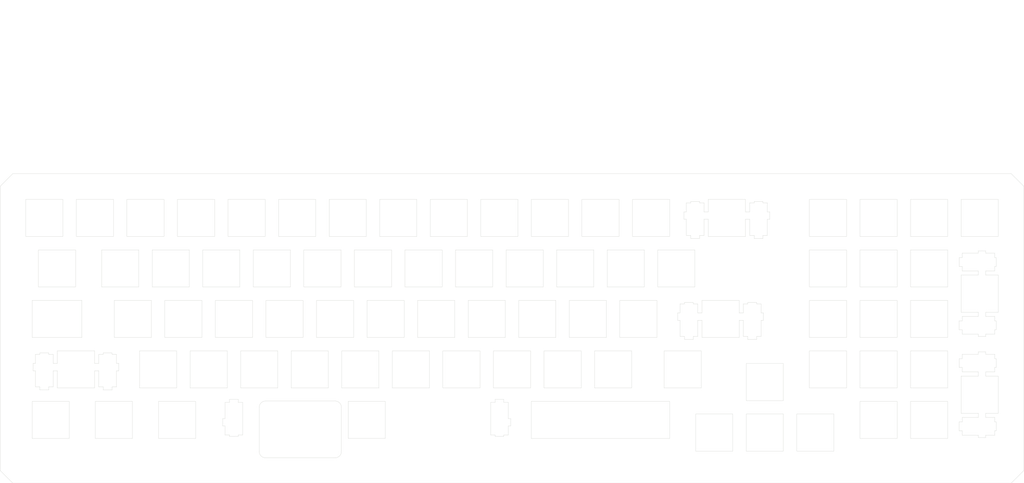
<source format=kicad_pcb>
(kicad_pcb (version 20211014) (generator pcbnew)

  (general
    (thickness 1.6)
  )

  (paper "B")
  (layers
    (0 "F.Cu" mixed "Front")
    (31 "B.Cu" mixed "Back")
    (34 "B.Paste" user)
    (35 "F.Paste" user)
    (36 "B.SilkS" user "B.Silkscreen")
    (37 "F.SilkS" user "F.Silkscreen")
    (38 "B.Mask" user)
    (39 "F.Mask" user)
    (40 "Dwgs.User" user "User.Drawings")
    (41 "Cmts.User" user "User.Comments")
    (44 "Edge.Cuts" user)
    (45 "Margin" user)
    (46 "B.CrtYd" user "B.Courtyard")
    (47 "F.CrtYd" user "F.Courtyard")
    (49 "F.Fab" user)
  )

  (setup
    (stackup
      (layer "F.SilkS" (type "Top Silk Screen"))
      (layer "F.Paste" (type "Top Solder Paste"))
      (layer "F.Mask" (type "Top Solder Mask") (color "Green") (thickness 0.01))
      (layer "F.Cu" (type "copper") (thickness 0.035))
      (layer "dielectric 1" (type "core") (thickness 1.51) (material "FR4") (epsilon_r 4.5) (loss_tangent 0.02))
      (layer "B.Cu" (type "copper") (thickness 0.035))
      (layer "B.Mask" (type "Bottom Solder Mask") (color "Green") (thickness 0.01))
      (layer "B.Paste" (type "Bottom Solder Paste"))
      (layer "B.SilkS" (type "Bottom Silk Screen"))
      (copper_finish "HAL lead-free")
      (dielectric_constraints no)
    )
    (pad_to_mask_clearance 0)
    (aux_axis_origin 25.1125 19.05)
    (grid_origin 17.96875 11.90625)
    (pcbplotparams
      (layerselection 0x00010fc_ffffffff)
      (disableapertmacros false)
      (usegerberextensions false)
      (usegerberattributes true)
      (usegerberadvancedattributes true)
      (creategerberjobfile true)
      (svguseinch false)
      (svgprecision 6)
      (excludeedgelayer true)
      (plotframeref false)
      (viasonmask false)
      (mode 1)
      (useauxorigin true)
      (hpglpennumber 1)
      (hpglpenspeed 20)
      (hpglpendiameter 15.000000)
      (dxfpolygonmode true)
      (dxfimperialunits true)
      (dxfusepcbnewfont true)
      (psnegative false)
      (psa4output false)
      (plotreference true)
      (plotvalue true)
      (plotinvisibletext false)
      (sketchpadsonfab false)
      (subtractmaskfromsilk false)
      (outputformat 1)
      (mirror false)
      (drillshape 0)
      (scaleselection 1)
      (outputdirectory "Gerber/")
    )
  )

  (net 0 "")

  (gr_line (start 39.55875 78.74) (end 53.52875 92.71) (layer "Cmts.User") (width 0.15) (tstamp 0ec09389-8bb0-4993-92fa-aed4403f01a8))
  (gr_arc (start 334.675 116.68125) (mid 333.977548 118.365048) (end 332.29375 119.0625) (layer "Cmts.User") (width 0.1) (tstamp 15d993ff-1904-46ed-a5e1-479ac1a55ab5))
  (gr_line (start 394.20625 114.3) (end 337.05625 114.3) (layer "Cmts.User") (width 0.1) (tstamp 1ac09eb8-2e40-42aa-a3c4-e82d4c1e7700))
  (gr_line (start 53.52875 78.74) (end 39.55875 92.71) (layer "Cmts.User") (width 0.15) (tstamp 21c20b29-e6fa-442c-a4e0-28c38674e362))
  (gr_line (start 296.41625 59.69) (end 282.44625 73.66) (layer "Cmts.User") (width 0.15) (tstamp 2ff65ec5-08d1-407d-b6a2-329cc43eb963))
  (gr_arc (start 25.1125 21.43125) (mid 25.809952 19.747452) (end 27.49375 19.05) (layer "Cmts.User") (width 0.1) (tstamp 30420138-0cf9-40f5-8db1-9fb47c4f9cf4))
  (gr_line (start 27.49375 114.3) (end 113.21875 114.3) (layer "Cmts.User") (width 0.01) (tstamp 360a8ae2-3b10-4d65-ad7a-8830ee0ae2c0))
  (gr_arc (start 27.49375 114.3) (mid 25.809952 113.602548) (end 25.1125 111.91875) (layer "Cmts.User") (width 0.01) (tstamp 400e1533-ae49-42c8-8a94-42d8124d25bc))
  (gr_arc (start 115.6 111.91875) (mid 114.902548 113.602548) (end 113.21875 114.3) (layer "Cmts.User") (width 0.1) (tstamp 51c5982b-50a7-42d1-a6ba-b2d1a3d53c8b))
  (gr_line (start 394.0475 64.135) (end 380.0775 50.165) (layer "Cmts.User") (width 0.15) (tstamp 65e40b23-a4c6-4f03-83bf-040eeef1a5c3))
  (gr_line (start 284.8275 21.59) (end 298.7975 35.56) (layer "Cmts.User") (width 0.15) (tstamp 682a38a5-30a1-4cb5-9ee2-bbcf3f62cc69))
  (gr_line (start 25.1125 111.91875) (end 25.1125 21.43125) (layer "Cmts.User") (width 0.1) (tstamp 77cc482c-a07a-4f0f-a760-03a2e2c31f4a))
  (gr_line (start 282.44625 59.69) (end 296.41625 73.66) (layer "Cmts.User") (width 0.15) (tstamp 891c82bc-329e-4822-80d2-cd206090d51d))
  (gr_arc (start 394.20625 19.05) (mid 395.890048 19.747452) (end 396.5875 21.43125) (layer "Cmts.User") (width 0.1) (tstamp 8e102323-8f89-4da3-bebf-37c926124491))
  (gr_line (start 332.29375 119.0625) (end 279.90625 119.0625) (layer "Cmts.User") (width 0.1) (tstamp 8e77cb19-286a-457b-8fa7-f559088b52c4))
  (gr_line (start 27.49375 19.05) (end 394.20625 19.05) (layer "Cmts.User") (width 0.1) (tstamp 8fabbd23-9338-443b-8b00-881dea84ca27))
  (gr_line (start 396.5875 21.43125) (end 396.5875 111.91875) (layer "Cmts.User") (width 0.1) (tstamp 914adc3f-321c-46cb-876e-9f62f4c96acc))
  (gr_arc (start 279.90625 119.0625) (mid 278.222452 118.365048) (end 277.525 116.68125) (layer "Cmts.User") (width 0.1) (tstamp 96a72112-ba15-4cfb-82a6-0b73042cb21b))
  (gr_line (start 275.14375 114.3) (end 148.937514 114.3) (layer "Cmts.User") (width 0.1) (tstamp aafebac0-e116-4697-a5aa-80734c3540ae))
  (gr_line (start 394.0475 88.265) (end 380.0775 102.235) (layer "Cmts.User") (width 0.15) (tstamp acfc9560-eb43-49b9-95f5-ae5285397259))
  (gr_line (start 394.0475 102.235) (end 380.0775 88.265) (layer "Cmts.User") (width 0.15) (tstamp b60b3fcf-e7c3-4ea6-8996-eecdb65ac5ae))
  (gr_arc (start 396.5875 111.91875) (mid 395.890048 113.602548) (end 394.20625 114.3) (layer "Cmts.User") (width 0.1) (tstamp bdc5c0ec-093b-4a34-b629-fb2f29633f40))
  (gr_line (start 394.0475 50.165) (end 380.0775 64.135) (layer "Cmts.User") (width 0.15) (tstamp bec5f844-e4aa-4223-bc57-d5716292c5cc))
  (gr_arc (start 275.14375 114.3) (mid 276.827548 114.997452) (end 277.525 116.68125) (layer "Cmts.User") (width 0.1) (tstamp e51d6783-cc9d-4c7e-b19c-5e9fb91fe2cd))
  (gr_arc (start 148.937514 114.3) (mid 147.253716 113.602548) (end 146.556264 111.91875) (layer "Cmts.User") (width 0.1) (tstamp ed4ff2a3-c85f-4803-aec8-42e6816f2671))
  (gr_line (start 298.7975 21.59) (end 284.8275 35.56) (layer "Cmts.User") (width 0.15) (tstamp f428d01f-7ea0-4302-a69a-90154516aff1))
  (gr_arc (start 334.675 116.68125) (mid 335.372452 114.997452) (end 337.05625 114.3) (layer "Cmts.User") (width 0.1) (tstamp f9342748-021e-4e2f-9f0d-3cce07886466))
  (gr_line (start 17.96875 123.825) (end 17.96875 16.66875) (layer "Edge.Cuts") (width 0.1) (tstamp 00bda74a-94c9-4b1e-80c1-9500e947b4b5))
  (gr_line (start 55.15435 80.0354) (end 56.82935 80.0354) (layer "Edge.Cuts") (width 0.1) (tstamp 00fef767-46e9-4f87-a63a-bf69ca3f89d4))
  (gr_rect (start 341.9625 21.575) (end 355.9625 35.575) (layer "Edge.Cuts") (width 0.1) (fill none) (tstamp 01ba656f-6b52-42c1-97f8-6ccc4a0c7084))
  (gr_line (start 386.5521 88.25) (end 380.0625 88.25) (layer "Edge.Cuts") (width 0.1) (tstamp 021dcd65-bfb3-411c-8510-474a3caee367))
  (gr_line (start 380.4521 72.4106) (end 380.4521 70.7356) (layer "Edge.Cuts") (width 0.1) (tstamp 05020e07-a63a-4c5c-a482-8a4d8995375f))
  (gr_line (start 282.43125 67.1854) (end 282.43125 73.675) (layer "Edge.Cuts") (width 0.1) (tstamp 054c77bd-8481-48be-afa9-c2193d546d10))
  (gr_rect (start 127.65 78.725) (end 141.65 92.725) (layer "Edge.Cuts") (width 0.1) (fill none) (tstamp 0585837b-915d-49d8-9b5e-e8cb4f74da21))
  (gr_line (start 278.2221 22.8854) (end 278.2221 22.3604) (layer "Edge.Cuts") (width 0.1) (tstamp 058b3470-75dd-4d2d-a649-74dce6557817))
  (gr_line (start 32.95335 93.4604) (end 36.25335 93.4604) (layer "Edge.Cuts") (width 0.1) (tstamp 05ad6f0c-fe73-4f84-b122-dd82ca51ff73))
  (gr_rect (start 265.7625 40.625) (end 279.7625 54.625) (layer "Edge.Cuts") (width 0.1) (fill none) (tstamp 062ee431-7511-4468-b74c-6b4bd0c353da))
  (gr_line (start 37.92835 83.4354) (end 39.54375 83.4354) (layer "Edge.Cuts") (width 0.1) (tstamp 07f5aa6c-d612-4761-9bda-e4bbc76f71e5))
  (gr_line (start 104.39215 110.4646) (end 104.39215 110.998) (layer "Edge.Cuts") (width 0.1) (tstamp 09499c11-440b-4cf0-a451-1f0b8be4448c))
  (gr_line (start 204.46815 98.171) (end 202.79175 98.171) (layer "Edge.Cuts") (width 0.1) (tstamp 0a254923-dc11-4915-b918-41b95fc67c8b))
  (gr_rect (start 341.9625 78.725) (end 355.9625 92.725) (layer "Edge.Cuts") (width 0.1) (fill none) (tstamp 0a4851b7-b985-4efb-9711-efe2c2409d2c))
  (gr_line (start 393.2771 46.8596) (end 392.7521 46.8596) (layer "Edge.Cuts") (width 0.1) (tstamp 0b7c01e1-9b80-4d01-9868-dcf58470564e))
  (gr_line (start 22.73125 11.90625) (end 17.96875 16.66875) (layer "Edge.Cuts") (width 0.1) (tstamp 0b9c4d74-dd24-47c2-a911-8d5ff0d64ca4))
  (gr_line (start 218.1375 97.775) (end 270.2375 97.775) (layer "Edge.Cuts") (width 0.1) (tstamp 0ba45d50-5e59-450f-abbe-2ee7824b98f0))
  (gr_line (start 380.4771 105.5356) (end 380.4771 103.8606) (layer "Edge.Cuts") (width 0.1) (tstamp 0c076688-e8e3-4110-82c7-2fcfda2f0d98))
  (gr_line (start 380.4521 46.8596) (end 380.4521 48.5346) (layer "Edge.Cuts") (width 0.1) (tstamp 0c941418-2ba5-4d28-8502-1d8238246db7))
  (gr_line (start 210.33555 104.267) (end 209.44655 104.267) (layer "Edge.Cuts") (width 0.1) (tstamp 102988b9-6792-417f-a56f-70e468ab25b3))
  (gr_line (start 389.3521 110.5106) (end 389.3521 111.4106) (layer "Edge.Cuts") (width 0.1) (tstamp 10e5362d-1938-4307-b25f-05a61a1f7f7e))
  (gr_line (start 389.3521 40.9846) (end 386.5521 40.9846) (layer "Edge.Cuts") (width 0.1) (tstamp 111de56d-38f1-4204-bfef-8b988d06d834))
  (gr_line (start 393.2771 67.4356) (end 393.2771 70.7356) (layer "Edge.Cuts") (width 0.1) (tstamp 11f6fcd0-7cfc-4aab-99b1-f0da0ad49ebe))
  (gr_line (start 298.8125 29.0854) (end 298.8125 35.575) (layer "Edge.Cuts") (width 0.1) (tstamp 124d2404-5384-49ca-b945-51a5273aabff))
  (gr_line (start 307.9731 26.2854) (end 307.9731 29.0854) (layer "Edge.Cuts") (width 0.1) (tstamp 125776b0-0f45-428e-bd59-3a9f5880e480))
  (gr_line (start 299.71685 73.2604) (end 298.04185 73.2604) (layer "Edge.Cuts") (width 0.1) (tstamp 13109f26-1840-44a9-a59c-49e3638b7d69))
  (gr_line (start 393.2771 43.5596) (end 393.2771 46.8596) (layer "Edge.Cuts") (width 0.1) (tstamp 141702cb-e87e-4d2f-802a-7592dc635cdf))
  (gr_rect (start 165.75 78.725) (end 179.75 92.725) (layer "Edge.Cuts") (width 0.1) (fill none) (tstamp 14b7b41b-64b2-4b1f-b37a-76121acc5961))
  (gr_rect (start 241.95 78.725) (end 255.95 92.725) (layer "Edge.Cuts") (width 0.1) (fill none) (tstamp 17d1062b-8a58-4ffd-9fb1-102a5b340695))
  (gr_line (start 392.7521 105.5356) (end 393.2771 105.5356) (layer "Edge.Cuts") (width 0.1) (tstamp 17f23f8b-3fe0-4c64-a594-8f0c5a11c171))
  (gr_line (start 31.27835 80.0354) (end 31.27835 83.4354) (layer "Edge.Cuts") (width 0.1) (tstamp 18b87afb-483e-4c2f-aa6d-8f40b1440fd9))
  (gr_line (start 37.92835 92.3354) (end 37.92835 86.2354) (layer "Edge.Cuts") (width 0.1) (tstamp 18e3bdbf-8c59-4a98-b2dd-e6e4250fca97))
  (gr_rect (start 108.6 78.725) (end 122.6 92.725) (layer "Edge.Cuts") (width 0.1) (fill none) (tstamp 19ec9c23-8397-4689-956d-66ce2a16631d))
  (gr_line (start 302.0981 36.3354) (end 302.0981 35.1604) (layer "Edge.Cuts") (width 0.1) (tstamp 1bbda0d9-de76-4096-a189-f534c70b3c39))
  (gr_line (start 274.16585 60.9854) (end 275.84085 60.9854) (layer "Edge.Cuts") (width 0.1) (tstamp 1c1cc784-d401-4611-9c60-103d3696651f))
  (gr_line (start 61.80435 83.4354) (end 62.70435 83.4354) (layer "Edge.Cuts") (width 0.1) (tstamp 1c3babee-7bea-40cf-b407-9be61899949c))
  (gr_rect (start 77.64375 97.775) (end 91.64375 111.775) (layer "Edge.Cuts") (width 0.1) (fill none) (tstamp 1ced30cd-1bc8-4071-ac85-cbe9b06c86a8))
  (gr_line (start 304.69185 64.3854) (end 305.59185 64.3854) (layer "Edge.Cuts") (width 0.1) (tstamp 1d74632d-8a15-4b1d-a8a7-1e37d4feea88))
  (gr_line (start 31.27835 83.4354) (end 30.37835 83.4354) (layer "Edge.Cuts") (width 0.1) (tstamp 1dd854b7-faf6-4518-81d8-c9f1021a6aa3))
  (gr_line (start 379.3021 108.8356) (end 379.3021 105.5356) (layer "Edge.Cuts") (width 0.1) (tstamp 1e03eab1-189f-4d63-b199-b99995a3536f))
  (gr_line (start 283.1971 22.8854) (end 283.1971 26.2854) (layer "Edge.Cuts") (width 0.1) (tstamp 1e66f00e-03db-474c-b34e-3258575da4f5))
  (gr_line (start 56.82935 93.4854) (end 56.82935 92.3104) (layer "Edge.Cuts") (width 0.1) (tstamp 1e9d2c55-7992-4e4e-af81-8ed9934293c5))
  (gr_line (start 284.8125 21.575) (end 298.8125 21.575) (layer "Edge.Cuts") (width 0.1) (tstamp 1fa0955f-4d0d-456e-9975-824486bb6336))
  (gr_arc (start 146.55625 116.68125) (mid 145.858808 118.365038) (end 144.175028 119.0625) (layer "Edge.Cuts") (width 0.1) (tstamp 2022542f-57ba-4e81-a544-e02485e299f7))
  (gr_line (start 30.01875 59.675) (end 48.78125 59.675) (layer "Edge.Cuts") (width 0.1) (tstamp 216aed44-c892-4118-9b40-edc290643ffb))
  (gr_rect (start 361.0125 21.575) (end 375.0125 35.575) (layer "Edge.Cuts") (width 0.1) (fill none) (tstamp 21fdbe19-4aa7-4cb0-a069-9e8d78b2fceb))
  (gr_line (start 392.7521 79.9846) (end 392.7521 81.6596) (layer "Edge.Cuts") (width 0.1) (tstamp 22559d9d-31b5-45a7-9d21-3ec7ec2389ea))
  (gr_line (start 379.3021 105.5356) (end 380.4771 105.5356) (layer "Edge.Cuts") (width 0.1) (tstamp 23abd3b6-b83e-499e-a371-61170fc2fe86))
  (gr_line (start 109.37055 98.171) (end 107.69415 98.171) (layer "Edge.Cuts") (width 0.1) (tstamp 23c302c2-720f-42a6-a68f-2e4d425839a1))
  (gr_line (start 296.43125 73.675) (end 282.43125 73.675) (layer "Edge.Cuts") (width 0.1) (tstamp 25acd407-f2b1-4e87-b872-7e8c5a5ea4c7))
  (gr_line (start 209.44655 104.267) (end 209.44655 98.171) (layer "Edge.Cuts") (width 0.1) (tstamp 25e5f629-049a-42bf-96a0-5cc8d3b17126))
  (gr_line (start 389.3521 79.9846) (end 389.3521 79.0846) (layer "Edge.Cuts") (width 0.1) (tstamp 265685dd-866a-4054-8743-dc523ad404fb))
  (gr_rect (start 194.325 59.675) (end 208.325 73.675) (layer "Edge.Cuts") (width 0.1) (fill none) (tstamp 2ae194c3-a995-432a-a709-6a70ebbbc2f4))
  (gr_line (start 30.37835 83.4354) (end 30.37835 86.2354) (layer "Edge.Cuts") (width 0.1) (tstamp 2b15f349-92e3-4dfc-bb12-7298060b4b36))
  (gr_line (start 305.59185 64.3854) (end 305.59185 67.1854) (layer "Edge.Cuts") (width 0.1) (tstamp 2b51b61e-0664-41e2-8450-8f74ad688d93))
  (gr_line (start 389.3521 86.6346) (end 389.3521 88.25) (layer "Edge.Cuts") (width 0.1) (tstamp 2b90754a-5f65-4ad8-aafd-ebc37d45cdaf))
  (gr_line (start 386.5521 73.3106) (end 386.5521 72.4106) (layer "Edge.Cuts") (width 0.1) (tstamp 2d7367cf-f6fd-41a5-b643-f9ed4f464b2f))
  (gr_line (start 282.43125 59.675) (end 296.43125 59.675) (layer "Edge.Cuts") (width 0.1) (tstamp 2eb904be-487d-4b97-98ad-3e859da98cd1))
  (gr_rect (start 156.225 59.675) (end 170.225 73.675) (layer "Edge.Cuts") (width 0.1) (fill none) (tstamp 2f183965-ab3f-4b23-918f-e61c66595fa8))
  (gr_line (start 307.0731 35.1854) (end 305.3981 35.1854) (layer "Edge.Cuts") (width 0.1) (tstamp 2fdbd843-3038-4518-9363-75e9aeca015b))
  (gr_rect (start 70.5 78.725) (end 84.5 92.725) (layer "Edge.Cuts") (width 0.1) (fill none) (tstamp 30c489b1-64ce-4aa5-b899-735281185348))
  (gr_line (start 304.69185 60.9854) (end 304.69185 64.3854) (layer "Edge.Cuts") (width 0.1) (tstamp 31d76b86-437d-4299-8581-7d06124a8398))
  (gr_line (start 307.0731 22.8854) (end 307.0731 26.2854) (layer "Edge.Cuts") (width 0.1) (tstamp 320e263d-6708-419b-85e0-c03aef38dac2))
  (gr_line (start 207.77015 98.171) (end 207.77015 97.028) (layer "Edge.Cuts") (width 0.1) (tstamp 3294a78c-d92e-4168-8e66-23bcf313d54d))
  (gr_rect (start 75.2625 40.625) (end 89.2625 54.625) (layer "Edge.Cuts") (width 0.1) (fill none) (tstamp 33d68a58-2f31-45a9-9288-8b7719e6a950))
  (gr_line (start 278.2221 22.3604) (end 281.5221 22.3604) (layer "Edge.Cuts") (width 0.1) (tstamp 35417138-1c72-4b3d-8737-a1eef3d4e037))
  (gr_line (start 279.14085 60.4604) (end 279.14085 60.9854) (layer "Edge.Cuts") (width 0.1) (tstamp 3555ab10-22d7-44b9-b99f-f6e24e5a2a73))
  (gr_line (start 392.7521 86.6346) (end 389.3521 86.6346) (layer "Edge.Cuts") (width 0.1) (tstamp 36aff991-99d6-4898-b994-e0453255da60))
  (gr_rect (start 341.9625 40.625) (end 355.9625 54.625) (layer "Edge.Cuts") (width 0.1) (fill none) (tstamp 372be2f5-8a4e-46c7-9738-ee8be2542a72))
  (gr_arc (start 144.175 97.63125) (mid 145.858803 98.328701) (end 146.556264 100.0125) (layer "Edge.Cuts") (width 0.1) (tstamp 37536dab-9bd9-47d6-b63d-a4d2b4b1349e))
  (gr_rect (start 361.0125 40.625) (end 375.0125 54.625) (layer "Edge.Cuts") (width 0.1) (fill none) (tstamp 37e5179e-4a5c-4706-82bd-ed37ea53342f))
  (gr_rect (start 184.8 78.725) (end 198.8 92.725) (layer "Edge.Cuts") (width 0.1) (fill none) (tstamp 38da9241-548b-4b94-83ee-bc7f77e16362))
  (gr_line (start 144.175 97.63125) (end 117.981222 97.63125) (layer "Edge.Cuts") (width 0.1) (tstamp 38ede07a-6510-4fac-88bf-efb7154474d8))
  (gr_line (start 386.5521 64.15) (end 380.0625 64.15) (layer "Edge.Cuts") (width 0.1) (tstamp 39058c67-bf83-4eaf-8a98-3ef87a2cbfaa))
  (gr_line (start 281.5221 36.3104) (end 281.5221 35.1854) (layer "Edge.Cuts") (width 0.1) (tstamp 3a5eab0e-f913-4d3d-91da-ac1e9dc6c13e))
  (gr_line (start 379.3021 67.4356) (end 380.4771 67.4356) (layer "Edge.Cuts") (width 0.1) (tstamp 3b0ba46a-cae3-4a6c-b063-daae8754ba84))
  (gr_line (start 37.92835 86.2354) (end 39.54375 86.2354) (layer "Edge.Cuts") (width 0.1) (tstamp 3b59fdbe-a5a5-45a4-8c33-f7b49f446528))
  (gr_line (start 104.39215 110.998) (end 107.69415 110.998) (layer "Edge.Cuts") (width 0.1) (tstamp 3bbcf894-97b1-4b53-a025-47a1f182dd12))
  (gr_line (start 62.70435 86.2354) (end 61.80435 86.2354) (layer "Edge.Cuts") (width 0.1) (tstamp 3c668cc9-0f65-47d7-aeea-a97758e4327a))
  (gr_line (start 280.81585 67.1854) (end 282.43125 67.1854) (layer "Edge.Cuts") (width 0.1) (tstamp 3d1fa853-5cef-4db0-a813-ce6897f817a4))
  (gr_line (start 163.09155 97.79) (end 149.09615 97.79) (layer "Edge.Cuts") (width 0.1) (tstamp 3d69b37b-0f6c-47d9-ac22-40575720fd63))
  (gr_rect (start 227.6625 40.625) (end 241.6625 54.625) (layer "Edge.Cuts") (width 0.1) (fill none) (tstamp 3dd987fa-e285-48ed-b581-67b62cc79fa9))
  (gr_line (start 386.5521 79.9846) (end 380.4521 79.9846) (layer "Edge.Cuts") (width 0.1) (tstamp 3eadc8cc-93d8-4e89-8c3e-0efa6f1e75f7))
  (gr_line (start 299.71685 60.9854) (end 299.71685 60.4604) (layer "Edge.Cuts") (width 0.1) (tstamp 3ec46d2d-fd64-440b-a88c-27375798715a))
  (gr_rect (start 218.1375 21.575) (end 232.1375 35.575) (layer "Edge.Cuts") (width 0.1) (fill none) (tstamp 3ed00022-e622-4081-a959-e570dbe2c77e))
  (gr_line (start 210.33555 107.061) (end 210.33555 104.267) (layer "Edge.Cuts") (width 0.1) (tstamp 3fd331a3-47d9-4f98-abeb-1d9b3c54dcf1))
  (gr_line (start 305.3981 22.8854) (end 307.0731 22.8854) (layer "Edge.Cuts") (width 0.1) (tstamp 409ebf05-b9ae-4c45-b264-cd811dfcfc0f))
  (gr_line (start 278.2221 35.1854) (end 278.2221 36.3104) (layer "Edge.Cuts") (width 0.1) (tstamp 40c8afa9-1395-4890-b54f-705eb056d9f9))
  (gr_line (start 36.25335 92.3354) (end 37.92835 92.3354) (layer "Edge.Cuts") (width 0.1) (tstamp 4459d858-bb09-4132-b623-a13e328e2143))
  (gr_line (start 207.77015 110.998) (end 207.77015 110.4646) (layer "Edge.Cuts") (width 0.1) (tstamp 449f5449-fd66-4ec9-8184-3d968a4a42e0))
  (gr_line (start 380.4521 79.9846) (end 380.4521 81.6596) (layer "Edge.Cuts") (width 0.1) (tstamp 44acce18-2f13-4434-9984-f25c0a4fcf73))
  (gr_line (start 55.15435 86.2354) (end 53.54375 86.2354) (layer "Edge.Cuts") (width 0.1) (tstamp 44de253a-00c5-4577-b5f0-374b4cb2db6f))
  (gr_line (start 392.7521 103.8606) (end 389.3521 103.8606) (layer "Edge.Cuts") (width 0.1) (tstamp 464d656c-ec92-479f-84f6-93ed18252eef))
  (gr_line (start 393.2771 81.6596) (end 393.2771 84.9596) (layer "Edge.Cuts") (width 0.1) (tstamp 46ac7e32-a7aa-498b-b278-5436a8de0c4f))
  (gr_line (start 389.3521 111.4106) (end 386.5521 111.4106) (layer "Edge.Cuts") (width 0.1) (tstamp 46f8c1fd-c3d9-41b4-8562-e667e74f57bd))
  (gr_line (start 392.7521 79.9846) (end 389.3521 79.9846) (layer "Edge.Cuts") (width 0.1) (tstamp 47b4e255-9e7d-4317-88a9-9dca9672891f))
  (gr_line (start 298.04185 60.9854) (end 299.71685 60.9854) (layer "Edge.Cuts") (width 0.1) (tstamp 481e0f75-06c2-4976-943c-e9b92b56a12d))
  (gr_line (start 300.4231 35.1604) (end 300.4231 29.0854) (layer "Edge.Cuts") (width 0.1) (tstamp 4826ec0a-2e02-4ff2-b2d7-e6205e0e71e3))
  (gr_line (start 202.79175 98.171) (end 202.79175 110.4646) (layer "Edge.Cuts") (width 0.1) (tstamp 48f51906-b6cf-4892-8156-335fc926fe9f))
  (gr_rect (start 322.9125 59.675) (end 336.9125 73.675) (layer "Edge.Cuts") (width 0.1) (fill none) (tstamp 493f5765-dacf-4e1f-b8bb-739e6df645c7))
  (gr_line (start 398.96875 128.5875) (end 22.73125 128.5875) (layer "Edge.Cuts") (width 0.1) (tstamp 4a3181a8-c30d-423e-9e75-3e2563990fc2))
  (gr_line (start 107.69415 110.4646) (end 109.37055 110.4646) (layer "Edge.Cuts") (width 0.1) (tstamp 4b6e909c-8774-4342-b39d-29ab4c0ce710))
  (gr_line (start 380.4521 86.6346) (end 386.5521 86.6346) (layer "Edge.Cuts") (width 0.1) (tstamp 4b9362f2-34a4-4385-9d99-74259d352db9))
  (gr_line (start 283.1971 29.0854) (end 284.8125 29.0854) (layer "Edge.Cuts") (width 0.1) (tstamp 4be14d84-8cd4-4ecd-812a-0214e5e58c67))
  (gr_line (start 278.2221 36.3104) (end 281.5221 36.3104) (layer "Edge.Cuts") (width 0.1) (tstamp 4c68f156-f754-4e7a-acc7-3fea4e932b8e))
  (gr_line (start 389.3521 48.5346) (end 389.3521 50.15) (layer "Edge.Cuts") (width 0.1) (tstamp 4e81fa66-0fdc-453d-8b05-028e04038752))
  (gr_line (start 276.5471 35.1854) (end 278.2221 35.1854) (layer "Edge.Cuts") (width 0.1) (tstamp 4ec2887f-fb86-4ddd-a5ce-fbb36c1730b7))
  (gr_line (start 386.5521 48.5346) (end 386.5521 50.15) (layer "Edge.Cuts") (width 0.1) (tstamp 4fcee0da-ebdc-45a4-a14c-aaf5dcc1bf02))
  (gr_line (start 202.79175 110.4646) (end 204.46815 110.4646) (layer "Edge.Cuts") (width 0.1) (tstamp 4fd9dcc0-a2a0-424f-8f1e-c3a698918dd2))
  (gr_line (start 279.14085 74.4104) (end 279.14085 73.2854) (layer "Edge.Cuts") (width 0.1) (tstamp 4fe89881-c768-416c-b0b7-9457704d7e6f))
  (gr_line (start 284.8125 26.2854) (end 284.8125 21.575) (layer "Edge.Cuts") (width 0.1) (tstamp 4fec4888-4ac0-4fc5-a55c-76cc9001cf63))
  (gr_line (start 31.27835 92.3354) (end 32.95335 92.3354) (layer "Edge.Cuts") (width 0.1) (tstamp 4ff73ff0-6852-4023-93f5-7004de01575b))
  (gr_line (start 209.44655 110.4646) (end 209.44655 107.061) (layer "Edge.Cuts") (width 0.1) (tstamp 510dc9db-4384-46df-9f46-7d2070d8d9ed))
  (gr_line (start 392.7521 108.8356) (end 392.7521 110.5106) (layer "Edge.Cuts") (width 0.1) (tstamp 51698b69-f044-4c6f-b46b-fb87b8e124ae))
  (gr_line (start 392.7521 65.7606) (end 392.7521 67.4356) (layer "Edge.Cuts") (width 0.1) (tstamp 5186e80f-2869-4b71-a169-cbafc2a9faa2))
  (gr_line (start 393.2771 108.8356) (end 392.7521 108.8356) (layer "Edge.Cuts") (width 0.1) (tstamp 5219df31-6108-477e-8de6-759fa6df1537))
  (gr_line (start 60.12935 93.4854) (end 56.82935 93.4854) (layer "Edge.Cuts") (width 0.1) (tstamp 52ccae2b-a7e1-48db-806f-957f724ae2c7))
  (gr_rect (start 65.7375 21.575) (end 79.7375 35.575) (layer "Edge.Cuts") (width 0.1) (fill none) (tstamp 53e5b027-d88e-4e6e-8659-5357d8013212))
  (gr_rect (start 84.7875 21.575) (end 98.7875 35.575) (layer "Edge.Cuts") (width 0.1) (fill none) (tstamp 541514ec-a401-4e7b-9493-0ce67c8a1b4b))
  (gr_line (start 60.12935 92.3354) (end 60.12935 93.4854) (layer "Edge.Cuts") (width 0.1) (tstamp 54760334-492f-4a3f-8b98-d8303fb51585))
  (gr_line (start 275.6471 26.2854) (end 275.6471 29.0854) (layer "Edge.Cuts") (width 0.1) (tstamp 54c6ed97-81bf-4115-897f-7c5d03abf82d))
  (gr_line (start 380.4521 81.6596) (end 379.3271 81.6596) (layer "Edge.Cuts") (width 0.1) (tstamp 55c383da-fbe6-4cc1-8f8b-03de506d2350))
  (gr_line (start 115.6 100.0125) (end 115.6 116.68125) (layer "Edge.Cuts") (width 0.1) (tstamp 56234bd4-4ed7-42fe-9a44-a7c02e462049))
  (gr_line (start 379.3271 46.8596) (end 380.4521 46.8596) (layer "Edge.Cuts") (width 0.1) (tstamp 563a476c-99ab-4172-b5e2-a52ffd8d8c07))
  (gr_line (start 300.4231 26.2854) (end 298.8125 26.2854) (layer "Edge.Cuts") (width 0.1) (tstamp 56818404-a6dd-45f9-89e4-b9d878749d16))
  (gr_line (start 386.5521 65.7606) (end 386.5521 64.15) (layer "Edge.Cuts") (width 0.1) (tstamp 57f97777-bbbd-48c6-9498-7a227791836b))
  (gr_line (start 144.175028 119.0625) (end 117.98125 119.0625) (layer "Edge.Cuts") (width 0.1) (tstamp 584f1ded-1ebd-423a-9c42-8c029673c576))
  (gr_line (start 389.3521 88.25) (end 394.0625 88.25) (layer "Edge.Cuts") (width 0.1) (tstamp 58509d52-0d2e-4ef8-8634-7366d0922427))
  (gr_line (start 275.84085 60.4604) (end 279.14085 60.4604) (layer "Edge.Cuts") (width 0.1) (tstamp 58dbee96-311b-4b83-a3d0-28014588823f))
  (gr_rect (start 113.3625 40.625) (end 127.3625 54.625) (layer "Edge.Cuts") (width 0.1) (fill none) (tstamp 591052a0-f27a-4a65-bab8-3c391145f152))
  (gr_line (start 298.8125 21.575) (end 298.8125 26.2854) (layer "Edge.Cuts") (width 0.1) (tstamp 5a0d209e-5eed-4cc2-92c6-6f2a8368d0b7))
  (gr_line (start 146.55625 116.68125) (end 146.556264 100.0125) (layer "Edge.Cuts") (width 0.1) (tstamp 5a5929b8-cc8c-4692-9fe6-b1ffbf558fc3))
  (gr_line (start 61.80435 86.2354) (end 61.80435 92.3354) (layer "Edge.Cuts") (width 0.1) (tstamp 5a6d923e-b66f-4f1b-be26-802ba2b9d5e9))
  (gr_line (start 305.3981 36.3354) (end 302.0981 36.3354) (layer "Edge.Cuts") (width 0.1) (tstamp 5ac0e0c5-36e1-49db-bda3-7da2bd0076f6))
  (gr_line (start 307.0731 26.2854) (end 307.9731 26.2854) (layer "Edge.Cuts") (width 0.1) (tstamp 5d63a33d-8d54-47dd-9c91-90ecb095797f))
  (gr_line (start 101.82675 107.061) (end 102.71575 107.061) (layer "Edge.Cuts") (width 0.1) (tstamp 5e8c8581-2090-4dbe-9ae1-ca16ae90be1f))
  (gr_line (start 389.3521 72.4106) (end 389.3521 73.3106) (layer "Edge.Cuts") (width 0.1) (tstamp 5eb9bdb0-ce3e-40a5-ac21-bf6f5a4b7fbf))
  (gr_line (start 279.14085 73.2854) (end 280.81585 73.2854) (layer "Edge.Cuts") (width 0.1) (tstamp 5f21f4a2-f4fd-4e4f-8c18-78ee06ef75ff))
  (gr_rect (start 103.8375 21.575) (end 117.8375 35.575) (layer "Edge.Cuts") (width 0.1) (fill none) (tstamp 5f6f5ff2-cd27-4278-8cba-cc6e5b36b8ad))
  (gr_line (start 298.04185 64.3854) (end 296.43125 64.3854) (layer "Edge.Cuts") (width 0.1) (tstamp 5f828873-bb3c-45e4-8f9c-aa9c18f9457b))
  (gr_line (start 302.0981 35.1604) (end 300.4231 35.1604) (layer "Edge.Cuts") (width 0.1) (tstamp 5fa564a7-6082-49c8-9942-ec036020882b))
  (gr_arc (start 117.98125 119.0625) (mid 116.297462 118.365058) (end 115.6 116.681278) (layer "Edge.Cuts") (width 0.1) (tstamp 5fceb52c-5388-4b77-b924-be6756ef4e2a))
  (gr_line (start 389.3521 50.15) (end 394.0625 50.15) (layer "Edge.Cuts") (width 0.1) (tstamp 60fe1afa-a1f4-4af7-bb4e-52d107e27bb0))
  (gr_line (start 39.54375 86.2354) (end 39.54375 92.725) (layer "Edge.Cuts") (width 0.1) (tstamp 616036ab-2b9b-4b13-a38b-a98af0218a53))
  (gr_line (start 304.69185 67.1854) (end 304.69185 73.2854) (layer "Edge.Cuts") (width 0.1) (tstamp 61ebb2b1-fa91-403f-916f-081d17a16a7b))
  (gr_rect (start 46.6875 21.575) (end 60.6875 35.575) (layer "Edge.Cuts") (width 0.1) (fill none) (tstamp 63cd044c-90b6-4d27-be29-e6c83f7ef2b5))
  (gr_rect (start 208.6125 40.625) (end 222.6125 54.625) (layer "Edge.Cuts") (width 0.1) (fill none) (tstamp 63df63fc-d2d8-4dbb-ab40-2a6d8132dedb))
  (gr_line (start 380.4521 84.9596) (end 380.4521 86.6346) (layer "Edge.Cuts") (width 0.1) (tstamp 64632a93-c536-4db8-87e1-a637797622f5))
  (gr_line (start 107.69415 97.028) (end 104.39215 97.028) (layer "Edge.Cuts") (width 0.1) (tstamp 65065083-d892-43eb-8080-eee716a285df))
  (gr_line (start 48.78125 73.675) (end 30.01875 73.675) (layer "Edge.Cuts") (width 0.1) (tstamp 6607fa26-864b-4717-a706-f3bea0d53a16))
  (gr_rect (start 122.8875 21.575) (end 136.8875 35.575) (layer "Edge.Cuts") (width 0.1) (fill none) (tstamp 6622d308-b53e-4627-a44b-c63877d431d6))
  (gr_rect (start 361.0125 97.775) (end 375.0125 111.775) (layer "Edge.Cuts") (width 0.1) (fill none) (tstamp 67abad77-c255-4a20-aa2a-488838470cf8))
  (gr_line (start 403.73125 16.66875) (end 403.73125 123.825) (layer "Edge.Cuts") (width 0.1) (tstamp 682efcb3-f76f-485a-8f63-d3e49fea25ab))
  (gr_rect (start 232.425 59.675) (end 246.425 73.675) (layer "Edge.Cuts") (width 0.1) (fill none) (tstamp 68990030-0a82-41d6-a0cd-b2e3e44bcfa2))
  (gr_line (start 56.82935 92.3104) (end 55.15435 92.3104) (layer "Edge.Cuts") (width 0.1) (tstamp 68e550ad-bca0-478a-967a-da7e591a0692))
  (gr_line (start 32.95335 80.0354) (end 32.95335 79.5104) (layer "Edge.Cuts") (width 0.1) (tstamp 69953df0-07bd-4969-983b-0002fba3a244))
  (gr_rect (start 80.025 59.675) (end 94.025 73.675) (layer "Edge.Cuts") (width 0.1) (fill none) (tstamp 6a1c3258-9daa-48fd-bf15-0fc5768b75ed))
  (gr_rect (start 380.0625 21.575) (end 394.0625 35.575) (layer "Edge.Cuts") (width 0.1) (fill none) (tstamp 6a22bec3-c411-4404-8202-e3d0b2844d1b))
  (gr_line (start 284.8125 29.0854) (end 284.8125 35.575) (layer "Edge.Cuts") (width 0.1) (tstamp 6a89ef27-217e-448d-8968-b90ffa71ad94))
  (gr_rect (start 118.125 59.675) (end 132.125 73.675) (layer "Edge.Cuts") (width 0.1) (fill none) (tstamp 6b3d4a1a-5965-4fb3-973c-f24eb6025eb1))
  (gr_line (start 380.4771 65.7606) (end 386.5521 65.7606) (layer "Edge.Cuts") (width 0.1) (tstamp 6bc5ee6a-5ee9-4306-8052-d337cdb79f85))
  (gr_line (start 380.0625 64.15) (end 380.0625 50.15) (layer "Edge.Cuts") (width 0.1) (tstamp 6cc06761-da90-4a7d-b584-62f20e419f7a))
  (gr_line (start 204.46815 97.028) (end 204.46815 98.171) (layer "Edge.Cuts") (width 0.1) (tstamp 6de959cd-d101-4378-b0e0-34ee1fe36b58))
  (gr_line (start 298.04185 60.9854) (end 298.04185 64.3854) (layer "Edge.Cuts") (width 0.1) (tstamp 6e4713b9-7bd8-4502-be0a-fdbb53103702))
  (gr_line (start 56.82935 79.5104) (end 60.12935 79.5104) (layer "Edge.Cuts") (width 0.1) (tstamp 6efa8d32-2d6e-4bf5-88b2-87076eddcb8f))
  (gr_line (start 107.69415 98.171) (end 107.69415 97.028) (layer "Edge.Cuts") (width 0.1) (tstamp 6f27f9f8-9b68-4695-bf25-3206b5f4ba4d))
  (gr_line (start 393.2771 70.7356) (end 392.7521 70.7356) (layer "Edge.Cuts") (width 0.1) (tstamp 71aaa04d-12f1-443e-aa0a-42dcc4308831))
  (gr_line (start 101.82675 104.267) (end 101.82675 107.061) (layer "Edge.Cuts") (width 0.1) (tstamp 722f2f35-971c-4d78-ade9-6bfb30ba963d))
  (gr_rect (start 222.9 78.725) (end 236.9 92.725) (layer "Edge.Cuts") (width 0.1) (fill none) (tstamp 730ac21b-1e86-473b-b7ea-bd69967dd98b))
  (gr_rect (start 60.975 59.675) (end 74.975 73.675) (layer "Edge.Cuts") (width 0.1) (fill none) (tstamp 73b1f676-64a1-4437-9380-52c422752ac5))
  (gr_line (start 389.3521 79.0846) (end 386.5521 79.0846) (layer "Edge.Cuts") (width 0.1) (tstamp 74e5de97-85ef-456a-a147-722b6fa036f9))
  (gr_rect (start 53.83125 97.775) (end 67.83125 111.775) (layer "Edge.Cuts") (width 0.1) (fill none) (tstamp 7514982a-3b4d-45d5-b882-4e81b4113c75))
  (gr_line (start 276.5471 22.8854) (end 276.5471 26.2854) (layer "Edge.Cuts") (width 0.1) (tstamp 75fb6575-8c9d-4bb9-bb64-bbfaa4b689d8))
  (gr_line (start 303.01685 73.2854) (end 303.01685 74.4354) (layer "Edge.Cuts") (width 0.1) (tstamp 7628d954-367b-4e5a-9cda-1061e5c3bf78))
  (gr_line (start 386.5521 40.9846) (end 386.5521 41.8846) (layer "Edge.Cuts") (width 0.1) (tstamp 763b9ffe-533f-49f8-b0ed-1d0df1d0bb93))
  (gr_line (start 218.1375 111.775) (end 218.1375 97.775) (layer "Edge.Cuts") (width 0.1) (tstamp 76dfe4c7-d9a9-4a5b-bcab-78099732f492))
  (gr_line (start 389.3521 73.3106) (end 386.5521 73.3106) (layer "Edge.Cuts") (width 0.1) (tstamp 77ad4a48-c7aa-435a-990c-1ec42cd3ad70))
  (gr_line (start 392.7521 110.5106) (end 389.3521 110.5106) (layer "Edge.Cuts") (width 0.1) (tstamp 77bd6cd0-ed0b-4276-bc66-aeea9374d592))
  (gr_line (start 392.7521 46.8596) (end 392.7521 48.5346) (layer "Edge.Cuts") (width 0.1) (tstamp 781aed66-657b-458d-84d2-4a6df8d5bae1))
  (gr_rect (start 151.4625 40.625) (end 165.4625 54.625) (layer "Edge.Cuts") (width 0.1) (fill none) (tstamp 7961f12b-d558-4315-8ba5-1fd6d04158a5))
  (gr_line (start 296.43125 67.1854) (end 296.43125 73.675) (layer "Edge.Cuts") (width 0.1) (tstamp 79b524fa-b8d7-4456-ba5e-8d9b26a53009))
  (gr_line (start 22.73125 128.5875) (end 17.96875 123.825) (layer "Edge.Cuts") (width 0.1) (tstamp 7a74b85b-e558-4a85-a26f-f9d3ae32b58d))
  (gr_rect (start 199.0875 21.575) (end 213.0875 35.575) (layer "Edge.Cuts") (width 0.1) (fill none) (tstamp 7accaec2-8775-4743-8715-07fed74ceedb))
  (gr_line (start 274.16585 64.3854) (end 273.26585 64.3854) (layer "Edge.Cuts") (width 0.1) (tstamp 7ad243c2-38f5-4a25-87ce-ffef4c31af07))
  (gr_line (start 386.5521 72.4106) (end 380.4521 72.4106) (layer "Edge.Cuts") (width 0.1) (tstamp 7c0e325d-71ff-4efe-a7ad-c48a83991b59))
  (gr_line (start 274.16585 67.1854) (end 274.16585 73.2854) (layer "Edge.Cuts") (width 0.1) (tstamp 7c8d31bf-9509-4bb9-bd34-8ee0ddc9c5b7))
  (gr_line (start 392.7521 41.8846) (end 389.3521 41.8846) (layer "Edge.Cuts") (width 0.1) (tstamp 7d3e4168-f91d-4cd3-981d-fecd62613b0b))
  (gr_rect (start 141.9375 21.575) (end 155.9375 35.575) (layer "Edge.Cuts") (width 0.1) (fill none) (tstamp 7fabab34-b5c7-47b0-a95d-4a212768a74e))
  (gr_rect (start 213.375 59.675) (end 227.375 73.675) (layer "Edge.Cuts") (width 0.1) (fill none) (tstamp 8026a890-c27e-46ed-9874-820fb712e3c2))
  (gr_line (start 392.7521 41.8846) (end 392.7521 43.5596) (layer "Edge.Cuts") (width 0.1) (tstamp 8083f4ef-558f-4f11-adae-b441dce2d9f0))
  (gr_line (start 379.3271 84.9596) (end 380.4521 84.9596) (layer "Edge.Cuts") (width 0.1) (tstamp 82604178-2f7c-4d08-9f3a-b1a80e5acb69))
  (gr_line (start 56.82935 80.0354) (end 56.82935 79.5104) (layer "Edge.Cuts") (width 0.1) (tstamp 8412a3d1-072e-46d1-8f1f-c01a4265de75))
  (gr_line (start 207.77015 97.028) (end 204.46815 97.028) (layer "Edge.Cuts") (width 0.1) (tstamp 84b78b2c-246f-49e1-8a13-156690ce77c4))
  (gr_line (start 392.7521 81.6596) (end 393.2771 81.6596) (layer "Edge.Cuts") (width 0.1) (tstamp 859a5cd2-73a6-4bfc-98cb-4cd3e4f066ab))
  (gr_rect (start 322.9125 21.575) (end 336.9125 35.575) (layer "Edge.Cuts") (width 0.1) (fill none) (tstamp 863a4dfb-eb8d-449d-abd0-f476a6348c4b))
  (gr_line (start 31.27835 86.2354) (end 31.27835 92.3354) (layer "Edge.Cuts") (width 0.1) (tstamp 867db56c-122c-4f51-b596-5a2ab336b4cd))
  (gr_line (start 102.71575 107.061) (end 102.71575 110.4646) (layer "Edge.Cuts") (width 0.1) (tstamp 86badeb6-f79f-4fc2-b66c-d1a4d7ef6800))
  (gr_line (start 386.5521 110.5106) (end 380.4521 110.5106) (layer "Edge.Cuts") (width 0.1) (tstamp 8781c074-2ad4-470e-9109-2c3a5b0abe22))
  (gr_line (start 275.84085 73.2854) (end 275.84085 74.4104) (layer "Edge.Cuts") (width 0.1) (tstamp 88dc61f0-c4df-4fe9-ba55-62f21a6f4f91))
  (gr_line (start 36.25335 93.4604) (end 36.25335 92.3354) (layer "Edge.Cuts") (width 0.1) (tstamp 894f2529-9cad-4b9e-80e9-7bdddde54470))
  (gr_rect (start 341.9625 59.675) (end 355.9625 73.675) (layer "Edge.Cuts") (width 0.1) (fill none) (tstamp 89c0351e-3a15-47bb-b1aa-2b80c3bad1e9))
  (gr_line (start 392.7521 48.5346) (end 389.3521 48.5346) (layer "Edge.Cuts") (width 0.1) (tstamp 8a0207f3-bf3e-4b4e-9ec9-b1d100cde0cc))
  (gr_line (start 32.95335 79.5104) (end 36.25335 79.5104) (layer "Edge.Cuts") (width 0.1) (tstamp 8a583632-2cc6-4878-81c0-591a005f3505))
  (gr_line (start 204.46815 110.4646) (end 204.46815 110.998) (layer "Edge.Cuts") (width 0.1) (tstamp 8c23b12f-4b6e-4c69-a1f5-d8cf0ad6b850))
  (gr_line (start 392.7521 43.5596) (end 393.2771 43.5596) (layer "Edge.Cuts") (width 0.1) (tstamp 8cb63b0e-4c42-4384-9056-b84516af1d6d))
  (gr_line (start 60.12935 79.5104) (end 60.12935 80.0354) (layer "Edge.Cuts") (width 0.1) (tstamp 8ceb9916-960b-458f-b493-c16d462f0da9))
  (gr_rect (start 322.9125 40.625) (end 336.9125 54.625) (layer "Edge.Cuts") (width 0.1) (fill none) (tstamp 8d3bdc6c-f832-4f3a-b760-308cbf2f365b))
  (gr_line (start 303.01685 74.4354) (end 299.71685 74.4354) (layer "Edge.Cuts") (width 0.1) (tstamp 8e8bfc61-8e2d-4db4-9057-0e37dc493918))
  (gr_line (start 62.70435 83.4354) (end 62.70435 86.2354) (layer "Edge.Cuts") (width 0.1) (tstamp 8fd8c29d-6971-4eac-ba62-1b3a6d0d66b7))
  (gr_line (start 31.27835 80.0354) (end 32.95335 80.0354) (layer "Edge.Cuts") (width 0.1) (tstamp 8fec3660-681a-4b42-a567-b820fc5c6e63))
  (gr_line (start 39.54375 78.725) (end 53.54375 78.725) (layer "Edge.Cuts") (width 0.1) (tstamp 8ffe31ed-4a7b-4edd-96d3-b19f7ee1a58b))
  (gr_line (start 149.09615 111.76) (end 163.06615 111.76) (layer "Edge.Cuts") (width 0.1) (tstamp 907108cd-93b9-49bc-b0f9-4cc79869bccc))
  (gr_line (start 392.7521 84.9596) (end 392.7521 86.6346) (layer "Edge.Cuts") (width 0.1) (tstamp 90984c5f-bd5f-4bc8-9ebb-6b8a36d148fa))
  (gr_line (start 274.16585 73.2854) (end 275.84085 73.2854) (layer "Edge.Cuts") (width 0.1) (tstamp 90cfa78e-1565-43a7-83e6-b6102d8a8d62))
  (gr_line (start 386.5521 111.4106) (end 386.5521 110.5106) (layer "Edge.Cuts") (width 0.1) (tstamp 90d299fd-13e7-4865-800e-c9718fdde2bc))
  (gr_line (start 386.5521 79.0846) (end 386.5521 79.9846) (layer "Edge.Cuts") (width 0.1) (tstamp 9124440f-c72f-4487-bd35-d301b6c6a1d2))
  (gr_line (start 270.2375 111.775) (end 218.1375 111.775) (layer "Edge.Cuts") (width 0.1) (tstamp 91abd95d-4bfe-4cc7-8378-0f1bc09cce1e))
  (gr_rect (start 361.0125 78.725) (end 375.0125 92.725) (layer "Edge.Cuts") (width 0.1) (fill none) (tstamp 91cb4169-5368-4349-a325-bbe8d167fa94))
  (gr_line (start 104.39215 97.028) (end 104.39215 98.171) (layer "Edge.Cuts") (width 0.1) (tstamp 934dd335-6da5-4394-a2c6-6f3020807ec4))
  (gr_line (start 386.5521 50.15) (end 380.0625 50.15) (layer "Edge.Cuts") (width 0.1) (tstamp 938f243b-628c-49aa-9d43-7df9ba0b620d))
  (gr_line (start 61.80435 80.0354) (end 61.80435 83.4354) (layer "Edge.Cuts") (width 0.1) (tstamp 944d28f3-30b1-4d4d-80a2-338cb16f6662))
  (gr_line (start 298.04185 73.2604) (end 298.04185 67.1854) (layer "Edge.Cuts") (width 0.1) (tstamp 96ca0e3b-2d38-4b77-80f4-1fd14fe97f91))
  (gr_line (start 298.04185 67.1854) (end 296.43125 67.1854) (layer "Edge.Cuts") (width 0.1) (tstamp 96db1733-0bfa-449f-818d-0d031799dbd7))
  (gr_line (start 279.14085 60.9854) (end 280.81585 60.9854) (layer "Edge.Cuts") (width 0.1) (tstamp 9834ad01-5eed-4763-8931-cf89e047e691))
  (gr_rect (start 160.9875 21.575) (end 174.9875 35.575) (layer "Edge.Cuts") (width 0.1) (fill none) (tstamp 994defad-7352-4f5b-adbb-4935eaff1c63))
  (gr_line (start 53.54375 78.725) (end 53.54375 83.4354) (layer "Edge.Cuts") (width 0.1) (tstamp 9a0fb5e0-55e5-4f30-8e1d-ee78d0280a50))
  (gr_line (start 392.7521 67.4356) (end 393.2771 67.4356) (layer "Edge.Cuts") (width 0.1) (tstamp 9a7a496f-6bba-452b-9083-b887e75775a3))
  (gr_line (start 274.16585 60.9854) (end 274.16585 64.3854) (layer "Edge.Cuts") (width 0.1) (tstamp 9b5d76d8-68b8-4c17-826e-13adcdc66a1f))
  (gr_line (start 379.3271 43.5596) (end 379.3271 46.8596) (layer "Edge.Cuts") (width 0.1) (tstamp 9b88e44f-c9ea-4f64-b476-2e36edb28789))
  (gr_line (start 22.73125 11.90625) (end 398.96875 11.90625) (layer "Edge.Cuts") (width 0.1) (tstamp 9be3225e-af5d-4522-b798-90063a188992))
  (gr_line (start 275.84085 74.4104) (end 279.14085 74.4104) (layer "Edge.Cuts") (width 0.1) (tstamp 9c36a8fb-93f9-4e5b-a64d-e0277434f0d5))
  (gr_line (start 394.0625 50.15) (end 394.0625 64.15) (layer "Edge.Cuts") (width 0.1) (tstamp 9d4f7a06-67ed-4a13-9c11-c4c45cd73ced))
  (gr_rect (start 268.14375 78.725) (end 282.14375 92.725) (layer "Edge.Cuts") (width 0.1) (fill none) (tstamp 9f1445eb-dedc-46fa-85e9-543e8b6856f7))
  (gr_line (start 276.5471 26.2854) (end 275.6471 26.2854) (layer "Edge.Cuts") (width 0.1) (tstamp 9f1d4fdb-ead2-4079-9c1c-df7dfd57f182))
  (gr_line (start 276.5471 22.8854) (end 278.2221 22.8854) (layer "Edge.Cuts") (width 0.1) (tstamp 9f5948de-5b6b-4d24-9f9d-baee5621e3ac))
  (gr_arc (start 115.6 100.0125) (mid 116.297442 98.328712) (end 117.981222 97.63125) (layer "Edge.Cuts") (width 0.1) (tstamp 9fc4800d-ff42-4c5c-97e3-44804ee05386))
  (gr_line (start 104.39215 98.171) (end 102.71575 98.171) (layer "Edge.Cuts") (width 0.1) (tstamp 9fda20d3-0ca6-47cc-af72-4d7aec56ea5a))
  (gr_rect (start 203.85 78.725) (end 217.85 92.725) (layer "Edge.Cuts") (width 0.1) (fill none) (tstamp a0242c0a-a465-4942-8116-ee55676c1d1c))
  (gr_line (start 281.5221 22.8854) (end 283.1971 22.8854) (layer "Edge.Cuts") (width 0.1) (tstamp a0acb0eb-9a72-4a23-a644-a2c38097c5bd))
  (gr_line (start 275.84085 60.9854) (end 275.84085 60.4604) (layer "Edge.Cuts") (width 0.1) (tstamp a0f19656-b2b8-4e78-a708-0427451c22ab))
  (gr_rect (start 299.1 83.4875) (end 313.1 97.4875) (layer "Edge.Cuts") (width 0.1) (fill none) (tstamp a1625ba9-a7b4-47de-b275-08081966bab9))
  (gr_rect (start 361.0125 59.675) (end 375.0125 73.675) (layer "Edge.Cuts") (width 0.1) (fill none) (tstamp a28512e2-1b9e-4a9e-8541-00b82ae47d35))
  (gr_line (start 380.4521 108.8356) (end 379.3021 108.8356) (layer "Edge.Cuts") (width 0.1) (tstamp a300b8dc-b101-4e1d-9ff3-ef62ce2cc9eb))
  (gr_line (start 273.26585 67.1854) (end 274.16585 67.1854) (layer "Edge.Cuts") (width 0.1) (tstamp a30cff90-18b5-4153-9805-d319ee55464e))
  (gr_line (start 102.71575 98.171) (end 102.71575 104.267) (layer "Edge.Cuts") (width 0.1) (tstamp a3824a6a-c07e-47c9-8f4d-d8cc83cffd6b))
  (gr_line (start 61.80435 92.3354) (end 60.12935 92.3354) (layer "Edge.Cuts") (width 0.1) (tstamp a514602b-d7c6-4acb-8566-8f42c8a96819))
  (gr_line (start 394.0625 64.15) (end 389.3521 64.15) (layer "Edge.Cuts") (width 0.1) (tstamp a5225e56-d37e-434a-b1d1-4387f1ff96a2))
  (gr_rect (start 170.5125 40.625) (end 184.5125 54.625) (layer "Edge.Cuts") (width 0.1) (fill none) (tstamp a55b7ca9-dc00-453a-a012-ed4137780aa4))
  (gr_line (start 60.12935 80.0354) (end 61.80435 80.0354) (layer "Edge.Cuts") (width 0.1) (tstamp a575b897-9dae-4be4-be55-9a192556325d))
  (gr_line (start 380.4521 43.5596) (end 379.3271 43.5596) (layer "Edge.Cuts") (width 0.1) (tstamp a5c8882e-391c-4697-908c-69379e1e7b12))
  (gr_line (start 386.5521 103.8606) (end 386.5521 102.25) (layer "Edge.Cuts") (width 0.1) (tstamp a6503871-ca0e-4efd-bd12-39ed7d99ae2b))
  (gr_line (start 398.96875 128.5875) (end 403.73125 123.825) (layer "Edge.Cuts") (width 0.1) (tstamp a6bec1bf-25b2-4642-b1c9-08cc4707358e))
  (gr_line (start 32.95335 92.3354) (end 32.95335 93.4604) (layer "Edge.Cuts") (width 0.1) (tstamp a6d9cb67-bf5d-418d-afb2-8a0919e070c3))
  (gr_line (start 273.26585 64.3854) (end 273.26585 67.1854) (layer "Edge.Cuts") (width 0.1) (tstamp a954e542-f085-4766-8a85-d97f93754df0))
  (gr_line (start 380.4521 48.5346) (end 386.5521 48.5346) (layer "Edge.Cuts") (width 0.1) (tstamp a9804a67-e46f-4e65-a955-b08db4c2e5f9))
  (gr_line (start 53.54375 86.2354) (end 53.54375 92.725) (layer "Edge.Cuts") (width 0.1) (tstamp a9bf13fe-e66a-416f-97ab-932a565d01a4))
  (gr_line (start 53.54375 92.725) (end 39.54375 92.725) (layer "Edge.Cuts") (width 0.1) (tstamp a9e943f8-92ba-4d87-9d9f-11b95a681bf3))
  (gr_line (start 149.09615 97.79) (end 149.09615 111.76) (layer "Edge.Cuts") (width 0.1) (tstamp aa6f7054-6355-4045-b899-5dce9aa84ee3))
  (gr_rect (start 32.4 40.625) (end 46.4 54.625) (layer "Edge.Cuts") (width 0.1) (fill none) (tstamp abe441fa-30da-46a3-a671-506e5400d8f0))
  (gr_line (start 204.46815 110.998) (end 207.77015 110.998) (layer "Edge.Cuts") (width 0.1) (tstamp af0e81ad-b21a-4b3c-86d1-b6a46d7527d5))
  (gr_rect (start 30.01875 97.775) (end 44.01875 111.775) (layer "Edge.Cuts") (width 0.1) (fill none) (tstamp b00b914a-5f9c-4756-bffa-736e448594ab))
  (gr_rect (start 132.4125 40.625) (end 146.4125 54.625) (layer "Edge.Cuts") (width 0.1) (fill none) (tstamp b04a0668-d85d-4c00-a9b2-dbf92080c148))
  (gr_line (start 283.1971 35.1854) (end 283.1971 29.0854) (layer "Edge.Cuts") (width 0.1) (tstamp b063a420-f0ac-4c79-b3b1-36efd075f29e))
  (gr_line (start 296.43125 59.675) (end 296.43125 64.3854) (layer "Edge.Cuts") (width 0.1) (tstamp b19dbc1d-3a18-4926-95b2-63dc5fee5dd0))
  (gr_rect (start 322.9125 78.725) (end 336.9125 92.725) (layer "Edge.Cuts") (width 0.1) (fill none) (tstamp b2263b1e-13a4-4ad1-99bc-b2d95a7d568d))
  (gr_rect (start 237.1875 21.575) (end 251.1875 35.575) (layer "Edge.Cuts") (width 0.1) (fill none) (tstamp b283f58c-1b7f-48ed-aa5c-cfd39a41a546))
  (gr_line (start 48.78125 59.675) (end 48.78125 73.675) (layer "Edge.Cuts") (width 0.1) (tstamp b35c8b39-8ee7-4d47-b91b-50337de432e8))
  (gr_line (start 209.44655 98.171) (end 207.77015 98.171) (layer "Edge.Cuts") (width 0.1) (tstamp b3cf567f-32ed-48e5-8212-3e03b6e31796))
  (gr_line (start 392.7521 72.4106) (end 389.3521 72.4106) (layer "Edge.Cuts") (width 0.1) (tstamp b5c0545a-c05d-403c-975b-14b078fc1c07))
  (gr_line (start 380.4521 41.8846) (end 380.4521 43.5596) (layer "Edge.Cuts") (width 0.1) (tstamp b5ecbdb6-52d7-4446-b50b-662d74aecde2))
  (gr_rect (start 318.15 102.5375) (end 332.15 116.5375) (layer "Edge.Cuts") (width 0.1) (fill none) (tstamp b717e41a-8d7f-4032-bcea-e0b794e4ed50))
  (gr_line (start 305.59185 67.1854) (end 304.69185 67.1854) (layer "Edge.Cuts") (width 0.1) (tstamp b7a22bd8-3c99-4e8e-abfb-833ee9a12793))
  (gr_rect (start 56.2125 40.625) (end 70.2125 54.625) (layer "Edge.Cuts") (width 0.1) (fill none) (tstamp b8822758-f7dd-4eb8-8706-e90ef6f2af99))
  (gr_line (start 303.01685 60.9854) (end 304.69185 60.9854) (layer "Edge.Cuts") (width 0.1) (tstamp b94ca36b-42d0-4b44-8445-b9e58300db62))
  (gr_line (start 380.4771 103.8606) (end 386.5521 103.8606) (layer "Edge.Cuts") (width 0.1) (tstamp b96a9c6f-cb27-4863-9fe1-23d5de246c18))
  (gr_line (start 36.25335 79.5104) (end 36.25335 80.0354) (layer "Edge.Cuts") (width 0.1) (tstamp bbe8c0c1-e3df-41a9-9c81-3131aecc08e7))
  (gr_rect (start 99.075 59.675) (end 113.075 73.675) (layer "Edge.Cuts") (width 0.1) (fill none) (tstamp bbfa3f07-92f6-44f5-b543-8f5a4bc87dcd))
  (gr_line (start 392.7521 65.7606) (end 389.3521 65.7606) (layer "Edge.Cuts") (width 0.1) (tstamp be3eb0b0-de3c-4505-8c0a-06c1f7509cfc))
  (gr_line (start 281.5221 35.1854) (end 283.1971 35.1854) (layer "Edge.Cuts") (width 0.1) (tstamp be78b2c6-7065-4784-a5bf-2ec5e878d137))
  (gr_line (start 307.9731 29.0854) (end 307.0731 29.0854) (layer "Edge.Cuts") (width 0.1) (tstamp bed798ff-ba84-4443-a49a-3fae5f15bdd5))
  (gr_line (start 398.96875 11.90625) (end 403.73125 16.66875) (layer "Edge.Cuts") (width 0.1) (tstamp bf9cf986-a9c4-42a7-8df0-7b9644b1c5f2))
  (gr_rect (start 89.55 78.725) (end 103.55 92.725) (layer "Edge.Cuts") (width 0.1) (fill none) (tstamp c1f721b9-18ad-4eeb-a0f6-353722cb93e1))
  (gr_line (start 380.4521 110.5106) (end 380.4521 108.8356) (layer "Edge.Cuts") (width 0.1) (tstamp c21101e5-0d0e-4ce4-94c3-1f126a8b1e03))
  (gr_line (start 30.37835 86.2354) (end 31.27835 86.2354) (layer "Edge.Cuts") (width 0.1) (tstamp c26d5240-29d7-489b-b2bc-680324555b47))
  (gr_line (start 281.5221 22.3604) (end 281.5221 22.8854) (layer "Edge.Cuts") (width 0.1) (tstamp c31660c1-f394-4bc2-aebb-70d6c5ea323e))
  (gr_line (start 55.15435 92.3104) (end 55.15435 86.2354) (layer "Edge.Cuts") (width 0.1) (tstamp c3467ba9-ac6e-4608-aacf-9a103329dd27))
  (gr_line (start 394.0625 88.25) (end 394.0625 102.25) (layer "Edge.Cuts") (width 0.1) (tstamp c364ccf2-766f-4942-8162-01ae614c7884))
  (gr_line (start 389.3521 41.8846) (end 389.3521 40.9846) (layer "Edge.Cuts") (width 0.1) (tstamp c437411d-d029-4810-abec-b51eeb89be0b))
  (gr_rect (start 251.475 59.675) (end 265.475 73.675) (layer "Edge.Cuts") (width 0.1) (fill none) (tstamp c5a78e0c-f158-4fbe-a889-7c98ca4e9bf6))
  (gr_line (start 207.77015 110.4646) (end 209.44655 110.4646) (layer "Edge.Cuts") (width 0.1) (tstamp c61315be-5ca1-4cf4-85dd-43e8ba22bfe4))
  (gr_line (start 394.0625 102.25) (end 389.3521 102.25) (layer "Edge.Cuts") (width 0.1) (tstamp c9ab97da-f961-4259-8ae1-3c756d265c74))
  (gr_line (start 305.3981 22.3604) (end 305.3981 22.8854) (layer "Edge.Cuts") (width 0.1) (tstamp cf2659bf-1fb9-42a4-a9ad-774c965ced55))
  (gr_line (start 209.44655 107.061) (end 210.33555 107.061) (layer "Edge.Cuts") (width 0.1) (tstamp cf8f969c-f513-4ca7-97ac-df0d5ddbad61))
  (gr_line (start 30.01875 73.675) (end 30.01875 59.675) (layer "Edge.Cuts") (width 0.1) (tstamp cfaeac38-f1f8-44f5-9066-9071cf7dabc5))
  (gr_line (start 55.15435 83.4354) (end 53.54375 83.4354) (layer "Edge.Cuts") (width 0.1) (tstamp cfc46b2f-5d4a-41af-959d-23d8b0e7b02f))
  (gr_line (start 102.71575 110.4646) (end 104.39215 110.4646) (layer "Edge.Cuts") (width 0.1) (tstamp d147c8ea-a79e-4542-bc35-f8b27b3dc78c))
  (gr_line (start 386.5521 41.8846) (end 380.4521 41.8846) (layer "Edge.Cuts") (width 0.1) (tstamp d1a5c88c-8265-4260-8250-0015977b1abe))
  (gr_line (start 380.4771 67.4356) (end 380.4771 65.7606) (layer "Edge.Cuts") (width 0.1) (tstamp d1a7def9-13b2-4766-bc79-7a9e177f7c10))
  (gr_line (start 386.5521 102.25) (end 380.0625 102.25) (layer "Edge.Cuts") (width 0.1) (tstamp d1bece01-97b5-48e9-8463-51e8c45a1408))
  (gr_line (start 163.06615 111.76) (end 163.09155 97.79) (layer "Edge.Cuts") (width 0.1) (tstamp d28a9c9b-e5c3-441e-bb83-8b39f5eec8ec))
  (gr_rect (start 175.275 59.675) (end 189.275 73.675) (layer "Edge.Cuts") (width 0.1) (fill none) (tstamp d2d22cb6-2bc7-4617-b4b0-f577034b6867))
  (gr_line (start 280.81585 73.2854) (end 280.81585 67.1854) (layer "Edge.Cuts") (width 0.1) (tstamp d40a0d62-522a-4dd0-83e9-e79d1687bf3c))
  (gr_line (start 389.3521 65.7606) (end 389.3521 64.15) (layer "Edge.Cuts") (width 0.1) (tstamp d41117d7-0016-421a-9400-b26ef7645f26))
  (gr_line (start 275.6471 29.0854) (end 276.5471 29.0854) (layer "Edge.Cuts") (width 0.1) (tstamp d50d5686-4747-48a9-8dcc-45e4222ec4b3))
  (gr_line (start 300.4231 22.8854) (end 302.0981 22.8854) (layer "Edge.Cuts") (width 0.1) (tstamp d605ac10-72f6-4508-90a9-31c5f2522a25))
  (gr_line (start 276.5471 29.0854) (end 276.5471 35.1854) (layer "Edge.Cuts") (width 0.1) (tstamp d710e170-5658-4b8c-b267-8c0cce78cd6d))
  (gr_rect (start 299.1 102.5375) (end 313.1 116.5375) (layer "Edge.Cuts") (width 0.1) (fill none) (tstamp d73baabc-28ba-43db-a624-bf3292fbea3a))
  (gr_line (start 300.4231 22.8854) (end 300.4231 26.2854) (layer "Edge.Cuts") (width 0.1) (tstamp da6b03bc-7ce4-4815-bca9-15fa295d1f6b))
  (gr_line (start 302.0981 22.3604) (end 305.3981 22.3604) (layer "Edge.Cuts") (width 0.1) (tstamp dab759f8-f1f2-4899-b592-36f951aad80e))
  (gr_line (start 393.2771 105.5356) (end 393.2771 108.8356) (layer "Edge.Cuts") (width 0.1) (tstamp db49412e-e759-4685-8166-bb615b3dac66))
  (gr_rect (start 341.9625 97.775) (end 355.9625 111.775) (layer "Edge.Cuts") (width 0.1) (fill none) (tstamp dbeb5d82-9647-4036-967b-0ddc5fa6023e))
  (gr_line (start 299.71685 60.4604) (end 303.01685 60.4604) (layer "Edge.Cuts") (width 0.1) (tstamp ddb7e295-d2d7-43c2-b88e-3cfa04910ce2))
  (gr_line (start 283.1971 26.2854) (end 284.8125 26.2854) (layer "Edge.Cuts") (width 0.1) (tstamp de0cc703-5613-4731-b925-2794ecb324c4))
  (gr_line (start 389.3521 103.8606) (end 389.3521 102.25) (layer "Edge.Cuts") (width 0.1) (tstamp df46672c-b4ca-4b8b-920c-0f4ffaa35457))
  (gr_line (start 304.69185 73.2854) (end 303.01685 73.2854) (layer "Edge.Cuts") (width 0.1) (tstamp df738653-b6a3-40c1-b111-100e9f7ca9d2))
  (gr_line (start 379.3021 70.7356) (end 379.3021 67.4356) (layer "Edge.Cuts") (width 0.1) (tstamp e15cda9d-5d4a-45fc-92fb-3894cab13c8a))
  (gr_rect (start 280.05 102.5375) (end 294.05 116.5375) (layer "Edge.Cuts") (width 0.1) (fill none) (tstamp e208f09d-9b17-4b2e-9625-a858f29b0128))
  (gr_rect (start 146.7 78.725) (end 160.7 92.725) (layer "Edge.Cuts") (width 0.1) (fill none) (tstamp e20f7188-158c-4984-b607-59359e488345))
  (gr_rect (start 180.0375 21.575) (end 194.0375 35.575) (layer "Edge.Cuts") (width 0.1) (fill none) (tstamp e2a6ced1-4610-4f4d-9a4f-a033603281ab))
  (gr_line (start 302.0981 22.8854) (end 302.0981 22.3604) (layer "Edge.Cuts") (width 0.1) (tstamp e2da7262-7aaa-4f1e-aec0-91b23cc0a386))
  (gr_line (start 303.01685 60.4604) (end 303.01685 60.9854) (layer "Edge.Cuts") (width 0.1) (tstamp e324303e-074c-4506-9b72-55a688b73776))
  (gr_line (start 299.71685 74.4354) (end 299.71685 73.2604) (layer "Edge.Cuts") (width 0.1) (tstamp e3db23ed-fbac-408d-8795-80c3981d2049))
  (gr_rect (start 137.175 59.675) (end 151.175 73.675) (layer "Edge.Cuts") (width 0.1) (fill none) (tstamp e3f90d9b-96c4-48de-8ab4-504b4308b050))
  (gr_line (start 109.37055 110.4646) (end 109.37055 98.171) (layer "Edge.Cuts") (width 0.1) (tstamp e4286e8e-f742-4f7c-828d-3fd8100a3fa6))
  (gr_line (start 55.15435 80.0354) (end 55.15435 83.4354) (layer "Edge.Cuts") (width 0.1) (tstamp e4758c5a-c04a-4c8f-94b8-2029867ff3e0))
  (gr_rect (start 189.5625 40.625) (end 203.5625 54.625) (layer "Edge.Cuts") (width 0.1) (fill none) (tstamp e52838fb-a446-415a-8657-5c2af638e264))
  (gr_line (start 270.2375 97.775) (end 270.2375 111.775) (layer "Edge.Cuts") (width 0.1) (tstamp e560e77a-5b75-478e-8bcc-98fd3b05166e))
  (gr_line (start 379.3271 81.6596) (end 379.3271 84.9596) (layer "Edge.Cuts") (width 0.1) (tstamp e744b3c6-94b8-4c17-95b6-d87acbab7685))
  (gr_line (start 39.54375 83.4354) (end 39.54375 78.725) (layer "Edge.Cuts") (width 0.1) (tstamp e7b40c38-1fa3-4cd7-9a04-014c34eaeb27))
  (gr_line (start 392.7521 103.8606) (end 392.7521 105.5356) (layer "Edge.Cuts") (width 0.1) (tstamp e9864499-edca-4a27-8dfa-6f4b7862dded))
  (gr_line (start 307.0731 29.0854) (end 307.0731 35.1854) (layer "Edge.Cuts") (width 0.1) (tstamp eb3aaf02-52e1-4ec9-aa56-4e5aa3fc9420))
  (gr_line (start 380.0625 102.25) (end 380.0625 88.25) (layer "Edge.Cuts") (width 0.1) (tstamp eb4ab34a-5623-43ef-8da1-2243601a3b64))
  (gr_line (start 37.92835 80.0354) (end 37.92835 83.4354) (layer "Edge.Cuts") (width 0.1) (tstamp ec0c6502-a439-4d47-9491-ea3099732a80))
  (gr_line (start 280.81585 64.3854) (end 282.43125 64.3854) (layer "Edge.Cuts") (width 0.1) (tstamp ed9f0c43-8ee4-476c-94b4-c30a47ef2b46))
  (gr_line (start 392.7521 70.7356) (end 392.7521 72.4106) (layer "Edge.Cuts") (width 0.1) (tstamp ef5fab81-1759-4c45-82f2-24cbbc7adb80))
  (gr_rect (start 256.2375 21.575) (end 270.2375 35.575) (layer "Edge.Cuts") (width 0.1) (fill none) (tstamp f1a72338-bfea-42f9-a520-5a0471c68e53))
  (gr_line (start 305.3981 35.1854) (end 305.3981 36.3354) (layer "Edge.Cuts") (width 0.1) (tstamp f1f9dfd0-8940-4c95-a368-18eb936dcf04))
  (gr_rect (start 94.3125 40.625) (end 108.3125 54.625) (layer "Edge.Cuts") (width 0.1) (fill none) (tstamp f28aa407-9e3a-418c-8f1b-c842e808f076))
  (gr_line (start 102.71575 104.267) (end 101.82675 104.267) (layer "Edge.Cuts") (width 0.1) (tstamp f4430357-d8da-4d96-a8f8-495c90329f86))
  (gr_line (start 393.2771 84.9596) (end 392.7521 84.9596) (layer "Edge.Cuts") (width 0.1) (tstamp f496c835-77cd-4e64-a640-e3e1011dbc98))
  (gr_line (start 36.25335 80.0354) (end 37.92835 80.0354) (layer "Edge.Cuts") (width 0.1) (tstamp f6ade6fb-6c25-47e2-87d2-246750b7b137))
  (gr_line (start 107.69415 110.998) (end 107.69415 110.4646) (layer "Edge.Cuts") (width 0.1) (tstamp f8625980-af1b-4453-92c5-7642fa2a19e9))
  (gr_rect (start 246.7125 40.625) (end 260.7125 54.625) (layer "Edge.Cuts") (width 0.1) (fill none) (tstamp f9a6fe0e-d686-4cbb-9bf1-871aa9836f16))
  (gr_line (start 280.81585 60.9854) (end 280.81585 64.3854) (layer "Edge.Cuts") (width 0.1) (tstamp fa82458a-c745-44e4-936e-64da4bd5cded))
  (gr_line (start 386.5521 86.6346) (end 386.5521 88.25) (layer "Edge.Cuts") (width 0.1) (tstamp fbcf7c85-3248-4db7-96bc-79ae3854fdb8))
  (gr_line (start 300.4231 29.0854) (end 298.8125 29.0854) (layer "Edge.Cuts") (width 0.1) (tstamp fbf81d78-1ccc-4793-9e9f-dad62b5b9589))
  (gr_rect (start 27.6375 21.575) (end 41.6375 35.575) (layer "Edge.Cuts") (width 0.1) (fill none) (tstamp fd9ff6d5-9ec7-4aec-816d-38739949fe3c))
  (gr_line (start 380.4521 70.7356) (end 379.3021 70.7356) (layer "Edge.Cuts") (width 0.1) (tstamp ff62b7fc-46ee-46a5-9cef-4b9b8766ea6c))
  (gr_line (start 282.43125 64.3854) (end 282.43125 59.675) (layer "Edge.Cuts") (width 0.1) (tstamp fff2f15e-77e9-45cd-befe-7ac37777f995))
  (gr_line (start 298.8125 35.575) (end 284.8125 35.575) (layer "Edge.Cuts") (width 0.1) (tstamp fffd32a6-f63c-4c0c-b1ef-0446432fa98f))
  (gr_text "TODO\n\n* replace cutouts for 1.75U and 2U keys with stabalizer geo\n* replace space bar wtih stabalizer geo\n" (at 94.16875 -38.1) (layer "Cmts.User") (tstamp e25dcab6-5c0f-41fc-8723-65deaa4b884d)
    (effects (font (size 5 5) (thickness 0.3)) (justify left))
  )

  (group "" (id 239849da-674a-4c40-9b7c-a21a9d7e6ed7)
    (members
      054c77bd-8481-48be-afa9-c2193d546d10
      13109f26-1840-44a9-a59c-49e3638b7d69
      1c1cc784-d401-4611-9c60-103d3696651f
      1d74632d-8a15-4b1d-a8a7-1e37d4feea88
      25acd407-f2b1-4e87-b872-7e8c5a5ea4c7
      2b51b61e-0664-41e2-8450-8f74ad688d93
      2eb904be-487d-4b97-98ad-3e859da98cd1
      31d76b86-437d-4299-8581-7d06124a8398
      3555ab10-22d7-44b9-b99f-f6e24e5a2a73
      3d1fa853-5cef-4db0-a813-ce6897f817a4
      3ec46d2d-fd64-440b-a88c-27375798715a
      481e0f75-06c2-4976-943c-e9b92b56a12d
      4fe89881-c768-416c-b0b7-9457704d7e6f
      58dbee96-311b-4b83-a3d0-28014588823f
      5f21f4a2-f4fd-4e4f-8c18-78ee06ef75ff
      5f828873-bb3c-45e4-8f9c-aa9c18f9457b
      61ebb2b1-fa91-403f-916f-081d17a16a7b
      6e4713b9-7bd8-4502-be0a-fdbb53103702
      7628d954-367b-4e5a-9cda-1061e5c3bf78
      79b524fa-b8d7-4456-ba5e-8d9b26a53009
      7ad243c2-38f5-4a25-87ce-ffef4c31af07
      7c8d31bf-9509-4bb9-bd34-8ee0ddc9c5b7
      88dc61f0-c4df-4fe9-ba55-62f21a6f4f91
      8e8bfc61-8e2d-4db4-9057-0e37dc493918
      90cfa78e-1565-43a7-83e6-b6102d8a8d62
      96ca0e3b-2d38-4b77-80f4-1fd14fe97f91
      96db1733-0bfa-449f-818d-0d031799dbd7
      9834ad01-5eed-4763-8931-cf89e047e691
      9b5d76d8-68b8-4c17-826e-13adcdc66a1f
      9c36a8fb-93f9-4e5b-a64d-e0277434f0d5
      a0f19656-b2b8-4e78-a708-0427451c22ab
      a30cff90-18b5-4153-9805-d319ee55464e
      a954e542-f085-4766-8a85-d97f93754df0
      b19dbc1d-3a18-4926-95b2-63dc5fee5dd0
      b7a22bd8-3c99-4e8e-abfb-833ee9a12793
      b94ca36b-42d0-4b44-8445-b9e58300db62
      d40a0d62-522a-4dd0-83e9-e79d1687bf3c
      ddb7e295-d2d7-43c2-b88e-3cfa04910ce2
      df738653-b6a3-40c1-b111-100e9f7ca9d2
      e324303e-074c-4506-9b72-55a688b73776
      e3db23ed-fbac-408d-8795-80c3981d2049
      ed9f0c43-8ee4-476c-94b4-c30a47ef2b46
      fa82458a-c745-44e4-936e-64da4bd5cded
      fff2f15e-77e9-45cd-befe-7ac37777f995
    )
  )
  (group "" (id 38786e7a-113e-47b5-9fd5-e4917ad78e94)
    (members
      00fef767-46e9-4f87-a63a-bf69ca3f89d4
      05ad6f0c-fe73-4f84-b122-dd82ca51ff73
      07f5aa6c-d612-4761-9bda-e4bbc76f71e5
      18b87afb-483e-4c2f-aa6d-8f40b1440fd9
      18e3bdbf-8c59-4a98-b2dd-e6e4250fca97
      1c3babee-7bea-40cf-b407-9be61899949c
      1dd854b7-faf6-4518-81d8-c9f1021a6aa3
      1e9d2c55-7992-4e4e-af81-8ed9934293c5
      2b15f349-92e3-4dfc-bb12-7298060b4b36
      3b59fdbe-a5a5-45a4-8c33-f7b49f446528
      3c668cc9-0f65-47d7-aeea-a97758e4327a
      4459d858-bb09-4132-b623-a13e328e2143
      44de253a-00c5-4577-b5f0-374b4cb2db6f
      4ff73ff0-6852-4023-93f5-7004de01575b
      52ccae2b-a7e1-48db-806f-957f724ae2c7
      54760334-492f-4a3f-8b98-d8303fb51585
      5a6d923e-b66f-4f1b-be26-802ba2b9d5e9
      616036ab-2b9b-4b13-a38b-a98af0218a53
      68e550ad-bca0-478a-967a-da7e591a0692
      69953df0-07bd-4969-983b-0002fba3a244
      6efa8d32-2d6e-4bf5-88b2-87076eddcb8f
      8412a3d1-072e-46d1-8f1f-c01a4265de75
      867db56c-122c-4f51-b596-5a2ab336b4cd
      894f2529-9cad-4b9e-80e9-7bdddde54470
      8a583632-2cc6-4878-81c0-591a005f3505
      8ceb9916-960b-458f-b493-c16d462f0da9
      8fd8c29d-6971-4eac-ba62-1b3a6d0d66b7
      8fec3660-681a-4b42-a567-b820fc5c6e63
      8ffe31ed-4a7b-4edd-96d3-b19f7ee1a58b
      944d28f3-30b1-4d4d-80a2-338cb16f6662
      9a0fb5e0-55e5-4f30-8e1d-ee78d0280a50
      a514602b-d7c6-4acb-8566-8f42c8a96819
      a575b897-9dae-4be4-be55-9a192556325d
      a6d9cb67-bf5d-418d-afb2-8a0919e070c3
      a9bf13fe-e66a-416f-97ab-932a565d01a4
      a9e943f8-92ba-4d87-9d9f-11b95a681bf3
      bbe8c0c1-e3df-41a9-9c81-3131aecc08e7
      c26d5240-29d7-489b-b2bc-680324555b47
      c3467ba9-ac6e-4608-aacf-9a103329dd27
      cfc46b2f-5d4a-41af-959d-23d8b0e7b02f
      e4758c5a-c04a-4c8f-94b8-2029867ff3e0
      e7b40c38-1fa3-4cd7-9a04-014c34eaeb27
      ec0c6502-a439-4d47-9491-ea3099732a80
      f6ade6fb-6c25-47e2-87d2-246750b7b137
    )
  )
  (group "" (id 3f5df62f-a214-4078-a79b-738e9464c5a8)
    (members
      021dcd65-bfb3-411c-8510-474a3caee367
      0c076688-e8e3-4110-82c7-2fcfda2f0d98
      10e5362d-1938-4307-b25f-05a61a1f7f7e
      17f23f8b-3fe0-4c64-a594-8f0c5a11c171
      1e03eab1-189f-4d63-b199-b99995a3536f
      22559d9d-31b5-45a7-9d21-3ec7ec2389ea
      23abd3b6-b83e-499e-a371-61170fc2fe86
      265685dd-866a-4054-8743-dc523ad404fb
      2b90754a-5f65-4ad8-aafd-ebc37d45cdaf
      36aff991-99d6-4898-b994-e0453255da60
      3eadc8cc-93d8-4e89-8c3e-0efa6f1e75f7
      44acce18-2f13-4434-9984-f25c0a4fcf73
      464d656c-ec92-479f-84f6-93ed18252eef
      46ac7e32-a7aa-498b-b278-5436a8de0c4f
      46f8c1fd-c3d9-41b4-8562-e667e74f57bd
      47b4e255-9e7d-4317-88a9-9dca9672891f
      4b9362f2-34a4-4385-9d99-74259d352db9
      51698b69-f044-4c6f-b46b-fb87b8e124ae
      5219df31-6108-477e-8de6-759fa6df1537
      55c383da-fbe6-4cc1-8f8b-03de506d2350
      58509d52-0d2e-4ef8-8634-7366d0922427
      64632a93-c536-4db8-87e1-a637797622f5
      74e5de97-85ef-456a-a147-722b6fa036f9
      77bd6cd0-ed0b-4276-bc66-aeea9374d592
      82604178-2f7c-4d08-9f3a-b1a80e5acb69
      859a5cd2-73a6-4bfc-98cb-4cd3e4f066ab
      8781c074-2ad4-470e-9109-2c3a5b0abe22
      90984c5f-bd5f-4bc8-9ebb-6b8a36d148fa
      90d299fd-13e7-4865-800e-c9718fdde2bc
      9124440f-c72f-4487-bd35-d301b6c6a1d2
      a300b8dc-b101-4e1d-9ff3-ef62ce2cc9eb
      a6503871-ca0e-4efd-bd12-39ed7d99ae2b
      b96a9c6f-cb27-4863-9fe1-23d5de246c18
      c21101e5-0d0e-4ce4-94c3-1f126a8b1e03
      c364ccf2-766f-4942-8162-01ae614c7884
      c9ab97da-f961-4259-8ae1-3c756d265c74
      d1bece01-97b5-48e9-8463-51e8c45a1408
      db49412e-e759-4685-8166-bb615b3dac66
      df46672c-b4ca-4b8b-920c-0f4ffaa35457
      e744b3c6-94b8-4c17-95b6-d87acbab7685
      e9864499-edca-4a27-8dfa-6f4b7862dded
      eb4ab34a-5623-43ef-8da1-2243601a3b64
      f496c835-77cd-4e64-a640-e3e1011dbc98
      fbcf7c85-3248-4db7-96bc-79ae3854fdb8
    )
  )
  (group "" (id 4a0372d1-ac3a-4708-9a91-9b7e9e6d3f8d)
    (members
      239849da-674a-4c40-9b7c-a21a9d7e6ed7
      2ff65ec5-08d1-407d-b6a2-329cc43eb963
      891c82bc-329e-4822-80d2-cd206090d51d
    )
  )
  (group "" (id 84819008-20f2-46b2-bae1-704b9fd5fc62)
    (members
      3f5df62f-a214-4078-a79b-738e9464c5a8
      acfc9560-eb43-49b9-95f5-ae5285397259
      b60b3fcf-e7c3-4ea6-8996-eecdb65ac5ae
    )
  )
  (group "" (id 8cf5c99a-2c6f-45ec-aa7c-a8c30579079b)
    (members
      05020e07-a63a-4c5c-a482-8a4d8995375f
      0b7c01e1-9b80-4d01-9868-dcf58470564e
      0c941418-2ba5-4d28-8502-1d8238246db7
      111de56d-38f1-4204-bfef-8b988d06d834
      11f6fcd0-7cfc-4aab-99b1-f0da0ad49ebe
      141702cb-e87e-4d2f-802a-7592dc635cdf
      2d7367cf-f6fd-41a5-b643-f9ed4f464b2f
      39058c67-bf83-4eaf-8a98-3ef87a2cbfaa
      3b0ba46a-cae3-4a6c-b063-daae8754ba84
      4e81fa66-0fdc-453d-8b05-028e04038752
      4fcee0da-ebdc-45a4-a14c-aaf5dcc1bf02
      5186e80f-2869-4b71-a169-cbafc2a9faa2
      563a476c-99ab-4172-b5e2-a52ffd8d8c07
      57f97777-bbbd-48c6-9498-7a227791836b
      5eb9bdb0-ce3e-40a5-ac21-bf6f5a4b7fbf
      60fe1afa-a1f4-4af7-bb4e-52d107e27bb0
      6bc5ee6a-5ee9-4306-8052-d337cdb79f85
      6cc06761-da90-4a7d-b584-62f20e419f7a
      71aaa04d-12f1-443e-aa0a-42dcc4308831
      763b9ffe-533f-49f8-b0ed-1d0df1d0bb93
      77ad4a48-c7aa-435a-990c-1ec42cd3ad70
      781aed66-657b-458d-84d2-4a6df8d5bae1
      7c0e325d-71ff-4efe-a7ad-c48a83991b59
      7d3e4168-f91d-4cd3-981d-fecd62613b0b
      8083f4ef-558f-4f11-adae-b441dce2d9f0
      8a0207f3-bf3e-4b4e-9ec9-b1d100cde0cc
      8cb63b0e-4c42-4384-9056-b84516af1d6d
      938f243b-628c-49aa-9d43-7df9ba0b620d
      9a7a496f-6bba-452b-9083-b887e75775a3
      9b88e44f-c9ea-4f64-b476-2e36edb28789
      9d4f7a06-67ed-4a13-9c11-c4c45cd73ced
      a5225e56-d37e-434a-b1d1-4387f1ff96a2
      a5c8882e-391c-4697-908c-69379e1e7b12
      a9804a67-e46f-4e65-a955-b08db4c2e5f9
      b5c0545a-c05d-403c-975b-14b078fc1c07
      b5ecbdb6-52d7-4446-b50b-662d74aecde2
      be3eb0b0-de3c-4505-8c0a-06c1f7509cfc
      c437411d-d029-4810-abec-b51eeb89be0b
      d1a5c88c-8265-4260-8250-0015977b1abe
      d1a7def9-13b2-4766-bc79-7a9e177f7c10
      d41117d7-0016-421a-9400-b26ef7645f26
      e15cda9d-5d4a-45fc-92fb-3894cab13c8a
      ef5fab81-1759-4c45-82f2-24cbbc7adb80
      ff62b7fc-46ee-46a5-9cef-4b9b8766ea6c
    )
  )
  (group "" (id adf0e90d-8ac4-493d-985c-135586a74ac8)
    (members
      682a38a5-30a1-4cb5-9ee2-bbcf3f62cc69
      d3a3aeca-7c25-475b-a6cc-b29ce321d53d
      f428d01f-7ea0-4302-a69a-90154516aff1
    )
  )
  (group "" (id d3a3aeca-7c25-475b-a6cc-b29ce321d53d)
    (members
      058b3470-75dd-4d2d-a649-74dce6557817
      124d2404-5384-49ca-b945-51a5273aabff
      125776b0-0f45-428e-bd59-3a9f5880e480
      1bbda0d9-de76-4096-a189-f534c70b3c39
      1e66f00e-03db-474c-b34e-3258575da4f5
      1fa0955f-4d0d-456e-9975-824486bb6336
      2fdbd843-3038-4518-9363-75e9aeca015b
      320e263d-6708-419b-85e0-c03aef38dac2
      35417138-1c72-4b3d-8737-a1eef3d4e037
      3a5eab0e-f913-4d3d-91da-ac1e9dc6c13e
      409ebf05-b9ae-4c45-b264-cd811dfcfc0f
      40c8afa9-1395-4890-b54f-705eb056d9f9
      4826ec0a-2e02-4ff2-b2d7-e6205e0e71e3
      4be14d84-8cd4-4ecd-812a-0214e5e58c67
      4c68f156-f754-4e7a-acc7-3fea4e932b8e
      4ec2887f-fb86-4ddd-a5ce-fbb36c1730b7
      4fec4888-4ac0-4fc5-a55c-76cc9001cf63
      54c6ed97-81bf-4115-897f-7c5d03abf82d
      56818404-a6dd-45f9-89e4-b9d878749d16
      5a0d209e-5eed-4cc2-92c6-6f2a8368d0b7
      5ac0e0c5-36e1-49db-bda3-7da2bd0076f6
      5d63a33d-8d54-47dd-9c91-90ecb095797f
      5fa564a7-6082-49c8-9942-ec036020882b
      6a89ef27-217e-448d-8968-b90ffa71ad94
      75fb6575-8c9d-4bb9-bb64-bbfaa4b689d8
      9f1d4fdb-ead2-4079-9c1c-df7dfd57f182
      9f5948de-5b6b-4d24-9f9d-baee5621e3ac
      a0acb0eb-9a72-4a23-a644-a2c38097c5bd
      b063a420-f0ac-4c79-b3b1-36efd075f29e
      be78b2c6-7065-4784-a5bf-2ec5e878d137
      bed798ff-ba84-4443-a49a-3fae5f15bdd5
      c31660c1-f394-4bc2-aebb-70d6c5ea323e
      cf2659bf-1fb9-42a4-a9ad-774c965ced55
      d50d5686-4747-48a9-8dcc-45e4222ec4b3
      d605ac10-72f6-4508-90a9-31c5f2522a25
      d710e170-5658-4b8c-b267-8c0cce78cd6d
      da6b03bc-7ce4-4815-bca9-15fa295d1f6b
      dab759f8-f1f2-4899-b592-36f951aad80e
      de0cc703-5613-4731-b925-2794ecb324c4
      e2da7262-7aaa-4f1e-aec0-91b23cc0a386
      eb3aaf02-52e1-4ec9-aa56-4e5aa3fc9420
      f1f9dfd0-8940-4c95-a368-18eb936dcf04
      fbf81d78-1ccc-4793-9e9f-dad62b5b9589
      fffd32a6-f63c-4c0c-b1ef-0446432fa98f
    )
  )
  (group "" (id dd68f1f7-a60b-4c2c-a2b5-0d3415ccd6e1)
    (members
      65e40b23-a4c6-4f03-83bf-040eeef1a5c3
      8cf5c99a-2c6f-45ec-aa7c-a8c30579079b
      bec5f844-e4aa-4223-bc57-d5716292c5cc
    )
  )
  (group "" (id febeff66-9d87-47f2-9f74-2d97b2da56d5)
    (members
      0ec09389-8bb0-4993-92fa-aed4403f01a8
      21c20b29-e6fa-442c-a4e0-28c38674e362
      38786e7a-113e-47b5-9fd5-e4917ad78e94
    )
  )
)

</source>
